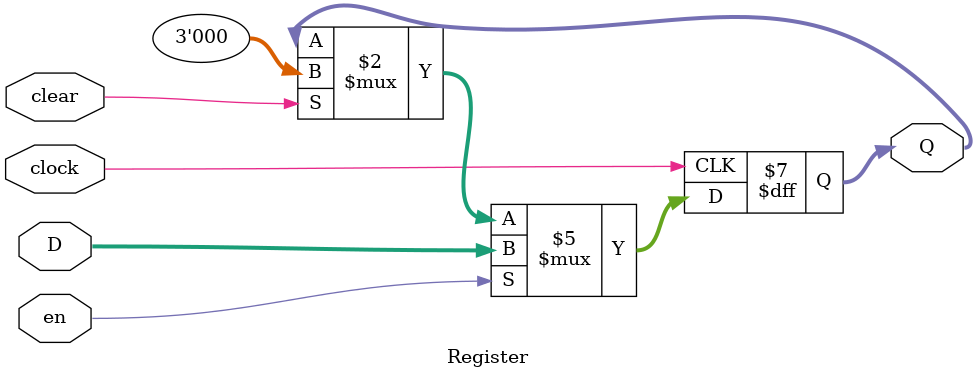
<source format=sv>
`default_nettype none

module RangeFinder
  #(parameter WIDTH=16)
   (input logic [WIDTH-1:0] data_in,
    input logic clock, reset,
    input logic go, finish,
    output logic [WIDTH-1:0] range,
    output logic debug_error);
  logic AltB_max, AltB_min;
  logic [WIDTH-1:0] min;
  logic [WIDTH-1:0] max;
  logic en_min, en_max, clr_min, clr_max;

  RF_datapath #(WIDTH) datapath(.*);
  RF_fsm #(WIDTH) fsm(.*);
endmodule: RangeFinder

module RF_datapath
  #(parameter WIDTH=16)
   (input logic [WIDTH-1:0] data_in,
    input logic clock, reset,
    output logic AltB_min, AltB_max,
    output logic [WIDTH-1:0] min,
    output logic [WIDTH-1:0] max,
    input logic en_min, en_max, clr_min, clr_max);
  Register #(WIDTH) reg_min(.D(data_in), .en(en_min), .clear(clr_min),
                            .clock(clock), .Q(min));
  Register #(WIDTH) reg_max(.D(data_in), .en(en_max), .clear(clr_max),
                            .clock(clock), .Q(max));
  MagComp #(WIDTH) comp_min(.AltB(AltB_min), .AeqB(), .AgtB(),
                            .A(data_in), .B(min));
  MagComp #(WIDTH) comp_max(.AltB(AltB_max), .AeqB(), .AgtB(),
                            .A(max), .B(data_in));

endmodule: RF_datapath

module RF_fsm
  #(parameter WIDTH=16)
   (input logic go, finish,
    input logic [WIDTH-1:0] data_in,
    input logic clock, reset,
    output logic debug_error,
    input logic AltB_min, AltB_max,
    input logic [WIDTH-1:0] min,
    input logic [WIDTH-1:0] max,
    output logic [WIDTH-1:0] range,
    output logic en_min, en_max, clr_min, clr_max);

  enum logic [1:0] {IDLE,FAULT,S1,S2} cur_state, n_state;

  always_comb begin
    case(cur_state)
      IDLE: begin
        if(finish) begin
          n_state <= FAULT;
          debug_error <= 1;
          range <= 0;
          en_min <= 0;
          en_max <= 0;
          clr_min <= 1;
          clr_max <= 1;
        end
        else if(go) begin
          n_state <= S1;
          debug_error <= 0;
          range <= 0;
          en_min <= 1;
          en_max <= 1;
          clr_min <= 0;
          clr_max <= 0;
        end
        else begin
          n_state=IDLE;
          debug_error <= 0;
          range <= 0;
          en_min <= 0;
          en_max <= 0;
          clr_min <= 1;
          clr_max <= 1;
        end
      end

      FAULT: begin
        if(go) begin
          n_state <= S1;
          debug_error <= 1;
          range <= 0;
          en_min <= 1;
          en_max <= 1;
          clr_min <= 0;
          clr_max <= 0;
        end
        else begin
          n_state <= FAULT;
          debug_error <= 1;
          range <= 0;
          en_min <= 0;
          en_max <= 0;
          clr_min <= 1;
          clr_max <= 1;
        end
      end
      S1: begin
        if(finish && AltB_max) begin
          n_state <= S2;
          debug_error <= 0;
          range <= data_in - min;
          en_min <= 0;
          en_max <= 0;
          clr_min <= 1;
          clr_max <= 1;
        end
        else if(finish && AltB_min) begin
          n_state<=S2;
          debug_error <= 0;
          range <= max - data_in;
          en_min <= 0;
          en_max <= 0;
          clr_min <= 1;
          clr_max <= 1;
        end
        else if(finish) begin
          n_state<=S2;
          debug_error <= 0;
          range <= max - min;
          en_min <= 0;
          en_max <= 0;
          clr_min <= 1;
          clr_max <= 1;
        end
        else if(AltB_max) begin
          n_state<=S1;
          debug_error <= 0;
          range <= 0;
          en_min <= 0;
          en_max <= 1;
          clr_min <= 0;
          clr_max <= 0;
        end
        else if(AltB_min) begin
          n_state<=S1;
          debug_error <= 0;
          range <= 0;
          en_min <= 1;
          en_max <= 0;
          clr_min <= 0;
          clr_max <= 0;
        end
        else begin
          n_state<=S1;
          debug_error <= 0;
          range <= 0;
          en_min <= 0;
          en_max <= 0;
          clr_min <= 0;
          clr_max <= 0;
        end
      end
      S2: begin
        n_state <= IDLE;
        debug_error <= 0;
        range <= 0;
        en_min <= 0;
        en_max <= 0;
        clr_min <= 1;
        clr_max <= 1;
      end
    endcase
  end

  // flip flop
  always_ff @(posedge clock, posedge reset) 
    if (reset) begin
      cur_state <= IDLE;
    end
    else 
      cur_state <= n_state;

endmodule: RF_fsm

// WIDTH-bit magnitude comparator
module MagComp
  #(parameter WIDTH = 30)
  (output logic AltB, AeqB, AgtB,
   input logic [WIDTH-1:0] A,
   input logic [WIDTH-1:0] B);
  assign AltB= (A<B);
  assign AgtB= (A>B);
  assign AeqB= (A==B);
endmodule : MagComp

// WIDTH-bit register
module Register
  #(parameter WIDTH = 3)
  (input logic [WIDTH-1:0] D,
   input logic en, clear,
   input logic clock,
   output logic [WIDTH-1:0] Q);
  always_ff @(posedge clock)
    if (en)
      Q <= D;
    else if (clear)
      Q <= 0;
endmodule: Register
</source>
